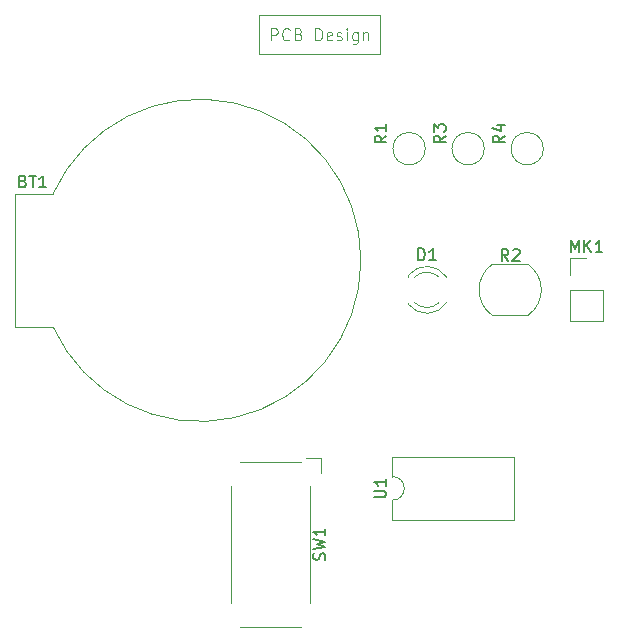
<source format=gbr>
%TF.GenerationSoftware,KiCad,Pcbnew,9.0.1*%
%TF.CreationDate,2025-06-16T09:39:09+05:30*%
%TF.ProjectId,project1,70726f6a-6563-4743-912e-6b696361645f,rev?*%
%TF.SameCoordinates,Original*%
%TF.FileFunction,Legend,Top*%
%TF.FilePolarity,Positive*%
%FSLAX46Y46*%
G04 Gerber Fmt 4.6, Leading zero omitted, Abs format (unit mm)*
G04 Created by KiCad (PCBNEW 9.0.1) date 2025-06-16 09:39:09*
%MOMM*%
%LPD*%
G01*
G04 APERTURE LIST*
%ADD10C,0.100000*%
%ADD11C,0.150000*%
%ADD12C,0.120000*%
G04 APERTURE END LIST*
D10*
X90750000Y-48250000D02*
X101000000Y-48250000D01*
X101000000Y-51500000D01*
X90750000Y-51500000D01*
X90750000Y-48250000D01*
X91803884Y-50372419D02*
X91803884Y-49372419D01*
X91803884Y-49372419D02*
X92184836Y-49372419D01*
X92184836Y-49372419D02*
X92280074Y-49420038D01*
X92280074Y-49420038D02*
X92327693Y-49467657D01*
X92327693Y-49467657D02*
X92375312Y-49562895D01*
X92375312Y-49562895D02*
X92375312Y-49705752D01*
X92375312Y-49705752D02*
X92327693Y-49800990D01*
X92327693Y-49800990D02*
X92280074Y-49848609D01*
X92280074Y-49848609D02*
X92184836Y-49896228D01*
X92184836Y-49896228D02*
X91803884Y-49896228D01*
X93375312Y-50277180D02*
X93327693Y-50324800D01*
X93327693Y-50324800D02*
X93184836Y-50372419D01*
X93184836Y-50372419D02*
X93089598Y-50372419D01*
X93089598Y-50372419D02*
X92946741Y-50324800D01*
X92946741Y-50324800D02*
X92851503Y-50229561D01*
X92851503Y-50229561D02*
X92803884Y-50134323D01*
X92803884Y-50134323D02*
X92756265Y-49943847D01*
X92756265Y-49943847D02*
X92756265Y-49800990D01*
X92756265Y-49800990D02*
X92803884Y-49610514D01*
X92803884Y-49610514D02*
X92851503Y-49515276D01*
X92851503Y-49515276D02*
X92946741Y-49420038D01*
X92946741Y-49420038D02*
X93089598Y-49372419D01*
X93089598Y-49372419D02*
X93184836Y-49372419D01*
X93184836Y-49372419D02*
X93327693Y-49420038D01*
X93327693Y-49420038D02*
X93375312Y-49467657D01*
X94137217Y-49848609D02*
X94280074Y-49896228D01*
X94280074Y-49896228D02*
X94327693Y-49943847D01*
X94327693Y-49943847D02*
X94375312Y-50039085D01*
X94375312Y-50039085D02*
X94375312Y-50181942D01*
X94375312Y-50181942D02*
X94327693Y-50277180D01*
X94327693Y-50277180D02*
X94280074Y-50324800D01*
X94280074Y-50324800D02*
X94184836Y-50372419D01*
X94184836Y-50372419D02*
X93803884Y-50372419D01*
X93803884Y-50372419D02*
X93803884Y-49372419D01*
X93803884Y-49372419D02*
X94137217Y-49372419D01*
X94137217Y-49372419D02*
X94232455Y-49420038D01*
X94232455Y-49420038D02*
X94280074Y-49467657D01*
X94280074Y-49467657D02*
X94327693Y-49562895D01*
X94327693Y-49562895D02*
X94327693Y-49658133D01*
X94327693Y-49658133D02*
X94280074Y-49753371D01*
X94280074Y-49753371D02*
X94232455Y-49800990D01*
X94232455Y-49800990D02*
X94137217Y-49848609D01*
X94137217Y-49848609D02*
X93803884Y-49848609D01*
X95565789Y-50372419D02*
X95565789Y-49372419D01*
X95565789Y-49372419D02*
X95803884Y-49372419D01*
X95803884Y-49372419D02*
X95946741Y-49420038D01*
X95946741Y-49420038D02*
X96041979Y-49515276D01*
X96041979Y-49515276D02*
X96089598Y-49610514D01*
X96089598Y-49610514D02*
X96137217Y-49800990D01*
X96137217Y-49800990D02*
X96137217Y-49943847D01*
X96137217Y-49943847D02*
X96089598Y-50134323D01*
X96089598Y-50134323D02*
X96041979Y-50229561D01*
X96041979Y-50229561D02*
X95946741Y-50324800D01*
X95946741Y-50324800D02*
X95803884Y-50372419D01*
X95803884Y-50372419D02*
X95565789Y-50372419D01*
X96946741Y-50324800D02*
X96851503Y-50372419D01*
X96851503Y-50372419D02*
X96661027Y-50372419D01*
X96661027Y-50372419D02*
X96565789Y-50324800D01*
X96565789Y-50324800D02*
X96518170Y-50229561D01*
X96518170Y-50229561D02*
X96518170Y-49848609D01*
X96518170Y-49848609D02*
X96565789Y-49753371D01*
X96565789Y-49753371D02*
X96661027Y-49705752D01*
X96661027Y-49705752D02*
X96851503Y-49705752D01*
X96851503Y-49705752D02*
X96946741Y-49753371D01*
X96946741Y-49753371D02*
X96994360Y-49848609D01*
X96994360Y-49848609D02*
X96994360Y-49943847D01*
X96994360Y-49943847D02*
X96518170Y-50039085D01*
X97375313Y-50324800D02*
X97470551Y-50372419D01*
X97470551Y-50372419D02*
X97661027Y-50372419D01*
X97661027Y-50372419D02*
X97756265Y-50324800D01*
X97756265Y-50324800D02*
X97803884Y-50229561D01*
X97803884Y-50229561D02*
X97803884Y-50181942D01*
X97803884Y-50181942D02*
X97756265Y-50086704D01*
X97756265Y-50086704D02*
X97661027Y-50039085D01*
X97661027Y-50039085D02*
X97518170Y-50039085D01*
X97518170Y-50039085D02*
X97422932Y-49991466D01*
X97422932Y-49991466D02*
X97375313Y-49896228D01*
X97375313Y-49896228D02*
X97375313Y-49848609D01*
X97375313Y-49848609D02*
X97422932Y-49753371D01*
X97422932Y-49753371D02*
X97518170Y-49705752D01*
X97518170Y-49705752D02*
X97661027Y-49705752D01*
X97661027Y-49705752D02*
X97756265Y-49753371D01*
X98232456Y-50372419D02*
X98232456Y-49705752D01*
X98232456Y-49372419D02*
X98184837Y-49420038D01*
X98184837Y-49420038D02*
X98232456Y-49467657D01*
X98232456Y-49467657D02*
X98280075Y-49420038D01*
X98280075Y-49420038D02*
X98232456Y-49372419D01*
X98232456Y-49372419D02*
X98232456Y-49467657D01*
X99137217Y-49705752D02*
X99137217Y-50515276D01*
X99137217Y-50515276D02*
X99089598Y-50610514D01*
X99089598Y-50610514D02*
X99041979Y-50658133D01*
X99041979Y-50658133D02*
X98946741Y-50705752D01*
X98946741Y-50705752D02*
X98803884Y-50705752D01*
X98803884Y-50705752D02*
X98708646Y-50658133D01*
X99137217Y-50324800D02*
X99041979Y-50372419D01*
X99041979Y-50372419D02*
X98851503Y-50372419D01*
X98851503Y-50372419D02*
X98756265Y-50324800D01*
X98756265Y-50324800D02*
X98708646Y-50277180D01*
X98708646Y-50277180D02*
X98661027Y-50181942D01*
X98661027Y-50181942D02*
X98661027Y-49896228D01*
X98661027Y-49896228D02*
X98708646Y-49800990D01*
X98708646Y-49800990D02*
X98756265Y-49753371D01*
X98756265Y-49753371D02*
X98851503Y-49705752D01*
X98851503Y-49705752D02*
X99041979Y-49705752D01*
X99041979Y-49705752D02*
X99137217Y-49753371D01*
X99613408Y-49705752D02*
X99613408Y-50372419D01*
X99613408Y-49800990D02*
X99661027Y-49753371D01*
X99661027Y-49753371D02*
X99756265Y-49705752D01*
X99756265Y-49705752D02*
X99899122Y-49705752D01*
X99899122Y-49705752D02*
X99994360Y-49753371D01*
X99994360Y-49753371D02*
X100041979Y-49848609D01*
X100041979Y-49848609D02*
X100041979Y-50372419D01*
D11*
X106584819Y-58441666D02*
X106108628Y-58774999D01*
X106584819Y-59013094D02*
X105584819Y-59013094D01*
X105584819Y-59013094D02*
X105584819Y-58632142D01*
X105584819Y-58632142D02*
X105632438Y-58536904D01*
X105632438Y-58536904D02*
X105680057Y-58489285D01*
X105680057Y-58489285D02*
X105775295Y-58441666D01*
X105775295Y-58441666D02*
X105918152Y-58441666D01*
X105918152Y-58441666D02*
X106013390Y-58489285D01*
X106013390Y-58489285D02*
X106061009Y-58536904D01*
X106061009Y-58536904D02*
X106108628Y-58632142D01*
X106108628Y-58632142D02*
X106108628Y-59013094D01*
X105584819Y-58108332D02*
X105584819Y-57489285D01*
X105584819Y-57489285D02*
X105965771Y-57822618D01*
X105965771Y-57822618D02*
X105965771Y-57679761D01*
X105965771Y-57679761D02*
X106013390Y-57584523D01*
X106013390Y-57584523D02*
X106061009Y-57536904D01*
X106061009Y-57536904D02*
X106156247Y-57489285D01*
X106156247Y-57489285D02*
X106394342Y-57489285D01*
X106394342Y-57489285D02*
X106489580Y-57536904D01*
X106489580Y-57536904D02*
X106537200Y-57584523D01*
X106537200Y-57584523D02*
X106584819Y-57679761D01*
X106584819Y-57679761D02*
X106584819Y-57965475D01*
X106584819Y-57965475D02*
X106537200Y-58060713D01*
X106537200Y-58060713D02*
X106489580Y-58108332D01*
X100544819Y-89071904D02*
X101354342Y-89071904D01*
X101354342Y-89071904D02*
X101449580Y-89024285D01*
X101449580Y-89024285D02*
X101497200Y-88976666D01*
X101497200Y-88976666D02*
X101544819Y-88881428D01*
X101544819Y-88881428D02*
X101544819Y-88690952D01*
X101544819Y-88690952D02*
X101497200Y-88595714D01*
X101497200Y-88595714D02*
X101449580Y-88548095D01*
X101449580Y-88548095D02*
X101354342Y-88500476D01*
X101354342Y-88500476D02*
X100544819Y-88500476D01*
X101544819Y-87500476D02*
X101544819Y-88071904D01*
X101544819Y-87786190D02*
X100544819Y-87786190D01*
X100544819Y-87786190D02*
X100687676Y-87881428D01*
X100687676Y-87881428D02*
X100782914Y-87976666D01*
X100782914Y-87976666D02*
X100830533Y-88071904D01*
X101584819Y-58441666D02*
X101108628Y-58774999D01*
X101584819Y-59013094D02*
X100584819Y-59013094D01*
X100584819Y-59013094D02*
X100584819Y-58632142D01*
X100584819Y-58632142D02*
X100632438Y-58536904D01*
X100632438Y-58536904D02*
X100680057Y-58489285D01*
X100680057Y-58489285D02*
X100775295Y-58441666D01*
X100775295Y-58441666D02*
X100918152Y-58441666D01*
X100918152Y-58441666D02*
X101013390Y-58489285D01*
X101013390Y-58489285D02*
X101061009Y-58536904D01*
X101061009Y-58536904D02*
X101108628Y-58632142D01*
X101108628Y-58632142D02*
X101108628Y-59013094D01*
X101584819Y-57489285D02*
X101584819Y-58060713D01*
X101584819Y-57774999D02*
X100584819Y-57774999D01*
X100584819Y-57774999D02*
X100727676Y-57870237D01*
X100727676Y-57870237D02*
X100822914Y-57965475D01*
X100822914Y-57965475D02*
X100870533Y-58060713D01*
X96357200Y-94375832D02*
X96404819Y-94232975D01*
X96404819Y-94232975D02*
X96404819Y-93994880D01*
X96404819Y-93994880D02*
X96357200Y-93899642D01*
X96357200Y-93899642D02*
X96309580Y-93852023D01*
X96309580Y-93852023D02*
X96214342Y-93804404D01*
X96214342Y-93804404D02*
X96119104Y-93804404D01*
X96119104Y-93804404D02*
X96023866Y-93852023D01*
X96023866Y-93852023D02*
X95976247Y-93899642D01*
X95976247Y-93899642D02*
X95928628Y-93994880D01*
X95928628Y-93994880D02*
X95881009Y-94185356D01*
X95881009Y-94185356D02*
X95833390Y-94280594D01*
X95833390Y-94280594D02*
X95785771Y-94328213D01*
X95785771Y-94328213D02*
X95690533Y-94375832D01*
X95690533Y-94375832D02*
X95595295Y-94375832D01*
X95595295Y-94375832D02*
X95500057Y-94328213D01*
X95500057Y-94328213D02*
X95452438Y-94280594D01*
X95452438Y-94280594D02*
X95404819Y-94185356D01*
X95404819Y-94185356D02*
X95404819Y-93947261D01*
X95404819Y-93947261D02*
X95452438Y-93804404D01*
X95404819Y-93471070D02*
X96404819Y-93232975D01*
X96404819Y-93232975D02*
X95690533Y-93042499D01*
X95690533Y-93042499D02*
X96404819Y-92852023D01*
X96404819Y-92852023D02*
X95404819Y-92613928D01*
X96404819Y-91709166D02*
X96404819Y-92280594D01*
X96404819Y-91994880D02*
X95404819Y-91994880D01*
X95404819Y-91994880D02*
X95547676Y-92090118D01*
X95547676Y-92090118D02*
X95642914Y-92185356D01*
X95642914Y-92185356D02*
X95690533Y-92280594D01*
X117190476Y-68299819D02*
X117190476Y-67299819D01*
X117190476Y-67299819D02*
X117523809Y-68014104D01*
X117523809Y-68014104D02*
X117857142Y-67299819D01*
X117857142Y-67299819D02*
X117857142Y-68299819D01*
X118333333Y-68299819D02*
X118333333Y-67299819D01*
X118904761Y-68299819D02*
X118476190Y-67728390D01*
X118904761Y-67299819D02*
X118333333Y-67871247D01*
X119857142Y-68299819D02*
X119285714Y-68299819D01*
X119571428Y-68299819D02*
X119571428Y-67299819D01*
X119571428Y-67299819D02*
X119476190Y-67442676D01*
X119476190Y-67442676D02*
X119380952Y-67537914D01*
X119380952Y-67537914D02*
X119285714Y-67585533D01*
X104261905Y-68994819D02*
X104261905Y-67994819D01*
X104261905Y-67994819D02*
X104500000Y-67994819D01*
X104500000Y-67994819D02*
X104642857Y-68042438D01*
X104642857Y-68042438D02*
X104738095Y-68137676D01*
X104738095Y-68137676D02*
X104785714Y-68232914D01*
X104785714Y-68232914D02*
X104833333Y-68423390D01*
X104833333Y-68423390D02*
X104833333Y-68566247D01*
X104833333Y-68566247D02*
X104785714Y-68756723D01*
X104785714Y-68756723D02*
X104738095Y-68851961D01*
X104738095Y-68851961D02*
X104642857Y-68947200D01*
X104642857Y-68947200D02*
X104500000Y-68994819D01*
X104500000Y-68994819D02*
X104261905Y-68994819D01*
X105785714Y-68994819D02*
X105214286Y-68994819D01*
X105500000Y-68994819D02*
X105500000Y-67994819D01*
X105500000Y-67994819D02*
X105404762Y-68137676D01*
X105404762Y-68137676D02*
X105309524Y-68232914D01*
X105309524Y-68232914D02*
X105214286Y-68280533D01*
X111908333Y-69054819D02*
X111575000Y-68578628D01*
X111336905Y-69054819D02*
X111336905Y-68054819D01*
X111336905Y-68054819D02*
X111717857Y-68054819D01*
X111717857Y-68054819D02*
X111813095Y-68102438D01*
X111813095Y-68102438D02*
X111860714Y-68150057D01*
X111860714Y-68150057D02*
X111908333Y-68245295D01*
X111908333Y-68245295D02*
X111908333Y-68388152D01*
X111908333Y-68388152D02*
X111860714Y-68483390D01*
X111860714Y-68483390D02*
X111813095Y-68531009D01*
X111813095Y-68531009D02*
X111717857Y-68578628D01*
X111717857Y-68578628D02*
X111336905Y-68578628D01*
X112289286Y-68150057D02*
X112336905Y-68102438D01*
X112336905Y-68102438D02*
X112432143Y-68054819D01*
X112432143Y-68054819D02*
X112670238Y-68054819D01*
X112670238Y-68054819D02*
X112765476Y-68102438D01*
X112765476Y-68102438D02*
X112813095Y-68150057D01*
X112813095Y-68150057D02*
X112860714Y-68245295D01*
X112860714Y-68245295D02*
X112860714Y-68340533D01*
X112860714Y-68340533D02*
X112813095Y-68483390D01*
X112813095Y-68483390D02*
X112241667Y-69054819D01*
X112241667Y-69054819D02*
X112860714Y-69054819D01*
X70814285Y-62311009D02*
X70957142Y-62358628D01*
X70957142Y-62358628D02*
X71004761Y-62406247D01*
X71004761Y-62406247D02*
X71052380Y-62501485D01*
X71052380Y-62501485D02*
X71052380Y-62644342D01*
X71052380Y-62644342D02*
X71004761Y-62739580D01*
X71004761Y-62739580D02*
X70957142Y-62787200D01*
X70957142Y-62787200D02*
X70861904Y-62834819D01*
X70861904Y-62834819D02*
X70480952Y-62834819D01*
X70480952Y-62834819D02*
X70480952Y-61834819D01*
X70480952Y-61834819D02*
X70814285Y-61834819D01*
X70814285Y-61834819D02*
X70909523Y-61882438D01*
X70909523Y-61882438D02*
X70957142Y-61930057D01*
X70957142Y-61930057D02*
X71004761Y-62025295D01*
X71004761Y-62025295D02*
X71004761Y-62120533D01*
X71004761Y-62120533D02*
X70957142Y-62215771D01*
X70957142Y-62215771D02*
X70909523Y-62263390D01*
X70909523Y-62263390D02*
X70814285Y-62311009D01*
X70814285Y-62311009D02*
X70480952Y-62311009D01*
X71338095Y-61834819D02*
X71909523Y-61834819D01*
X71623809Y-62834819D02*
X71623809Y-61834819D01*
X72766666Y-62834819D02*
X72195238Y-62834819D01*
X72480952Y-62834819D02*
X72480952Y-61834819D01*
X72480952Y-61834819D02*
X72385714Y-61977676D01*
X72385714Y-61977676D02*
X72290476Y-62072914D01*
X72290476Y-62072914D02*
X72195238Y-62120533D01*
X111584819Y-58441666D02*
X111108628Y-58774999D01*
X111584819Y-59013094D02*
X110584819Y-59013094D01*
X110584819Y-59013094D02*
X110584819Y-58632142D01*
X110584819Y-58632142D02*
X110632438Y-58536904D01*
X110632438Y-58536904D02*
X110680057Y-58489285D01*
X110680057Y-58489285D02*
X110775295Y-58441666D01*
X110775295Y-58441666D02*
X110918152Y-58441666D01*
X110918152Y-58441666D02*
X111013390Y-58489285D01*
X111013390Y-58489285D02*
X111061009Y-58536904D01*
X111061009Y-58536904D02*
X111108628Y-58632142D01*
X111108628Y-58632142D02*
X111108628Y-59013094D01*
X110918152Y-57584523D02*
X111584819Y-57584523D01*
X110537200Y-57822618D02*
X111251485Y-58060713D01*
X111251485Y-58060713D02*
X111251485Y-57441666D01*
D12*
%TO.C,R3*%
X108500000Y-58175000D02*
X108500000Y-58105000D01*
X109870000Y-59545000D02*
G75*
G02*
X107130000Y-59545000I-1370000J0D01*
G01*
X107130000Y-59545000D02*
G75*
G02*
X109870000Y-59545000I1370000J0D01*
G01*
%TO.C,U1*%
X102090000Y-85660000D02*
X102090000Y-87310000D01*
X102090000Y-89310000D02*
X102090000Y-90960000D01*
X102090000Y-90960000D02*
X112370000Y-90960000D01*
X112370000Y-85660000D02*
X102090000Y-85660000D01*
X112370000Y-90960000D02*
X112370000Y-85660000D01*
X102090000Y-87310000D02*
G75*
G02*
X102090000Y-89310000I0J-1000000D01*
G01*
%TO.C,R1*%
X103500000Y-58175000D02*
X103500000Y-58105000D01*
X104870000Y-59545000D02*
G75*
G02*
X102130000Y-59545000I-1370000J0D01*
G01*
X102130000Y-59545000D02*
G75*
G02*
X104870000Y-59545000I1370000J0D01*
G01*
%TO.C,SW1*%
X88400000Y-97992500D02*
X88400000Y-88092500D01*
X89150000Y-86042500D02*
X94350000Y-86042500D01*
X94350000Y-100042500D02*
X89150000Y-100042500D01*
X94750000Y-85742500D02*
X96050000Y-85742500D01*
X95100000Y-88092500D02*
X95100000Y-97992500D01*
X96050000Y-85742500D02*
X96050000Y-87042500D01*
%TO.C,MK1*%
X117120000Y-68845000D02*
X118500000Y-68845000D01*
X117120000Y-70225000D02*
X117120000Y-68845000D01*
X117120000Y-71495000D02*
X117120000Y-74145000D01*
X117120000Y-71495000D02*
X119880000Y-71495000D01*
X117120000Y-74145000D02*
X119880000Y-74145000D01*
X119880000Y-71495000D02*
X119880000Y-74145000D01*
%TO.C,D1*%
X103440000Y-70264000D02*
X103440000Y-70420000D01*
X103440000Y-72580000D02*
X103440000Y-72736000D01*
X103440000Y-70264484D02*
G75*
G02*
X106671397Y-70419939I1560000J-1235516D01*
G01*
X103959039Y-70420000D02*
G75*
G02*
X106040910Y-70419951I1040961J-1080000D01*
G01*
X106040910Y-72580049D02*
G75*
G02*
X103959039Y-72580000I-1040910J1080049D01*
G01*
X106671397Y-72580061D02*
G75*
G02*
X103440000Y-72735516I-1671397J1080061D01*
G01*
%TO.C,R2*%
X110525000Y-69350000D02*
X113575000Y-69350000D01*
X110525000Y-73650000D02*
X113575000Y-73650000D01*
X110525000Y-73650000D02*
G75*
G02*
X110546766Y-69334475I1550000J2150000D01*
G01*
X113575000Y-69350000D02*
G75*
G02*
X113619513Y-73618249I-1500000J-2150000D01*
G01*
%TO.C,BT1*%
X70170000Y-63390000D02*
X73345000Y-63390000D01*
X70170000Y-74610000D02*
X70170000Y-63390000D01*
X73345000Y-74610000D02*
X70170000Y-74610000D01*
X73345000Y-63390000D02*
G75*
G02*
X73345000Y-74610000I12435000J-5610000D01*
G01*
%TO.C,R4*%
X113500000Y-58175000D02*
X113500000Y-58105000D01*
X114870000Y-59545000D02*
G75*
G02*
X112130000Y-59545000I-1370000J0D01*
G01*
X112130000Y-59545000D02*
G75*
G02*
X114870000Y-59545000I1370000J0D01*
G01*
%TD*%
M02*

</source>
